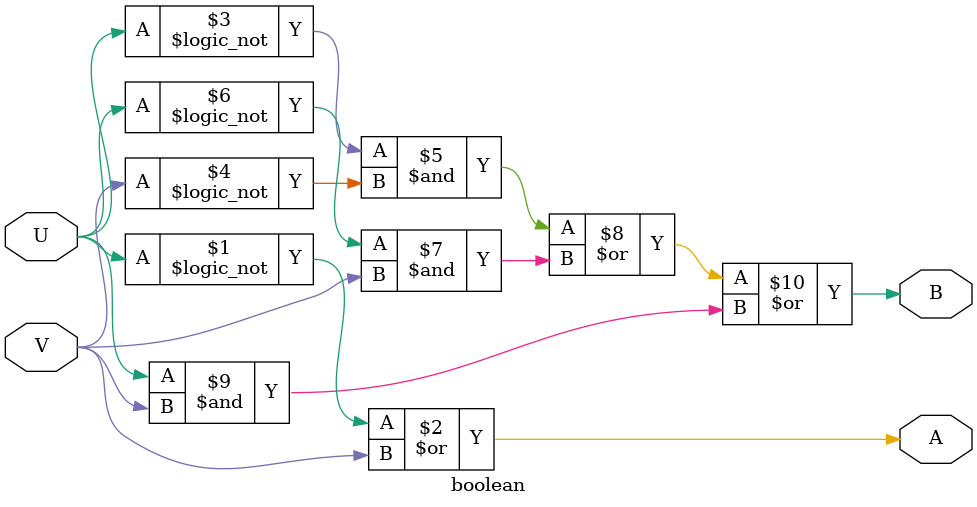
<source format=v>
module boolean(

    input   U,
    input   V,
    
    output  A,
    output  B,
    );
   assign A=(!U|V);
   assign B=((!U&!V)|(!U&V)|(U&V));
    endmodule

</source>
